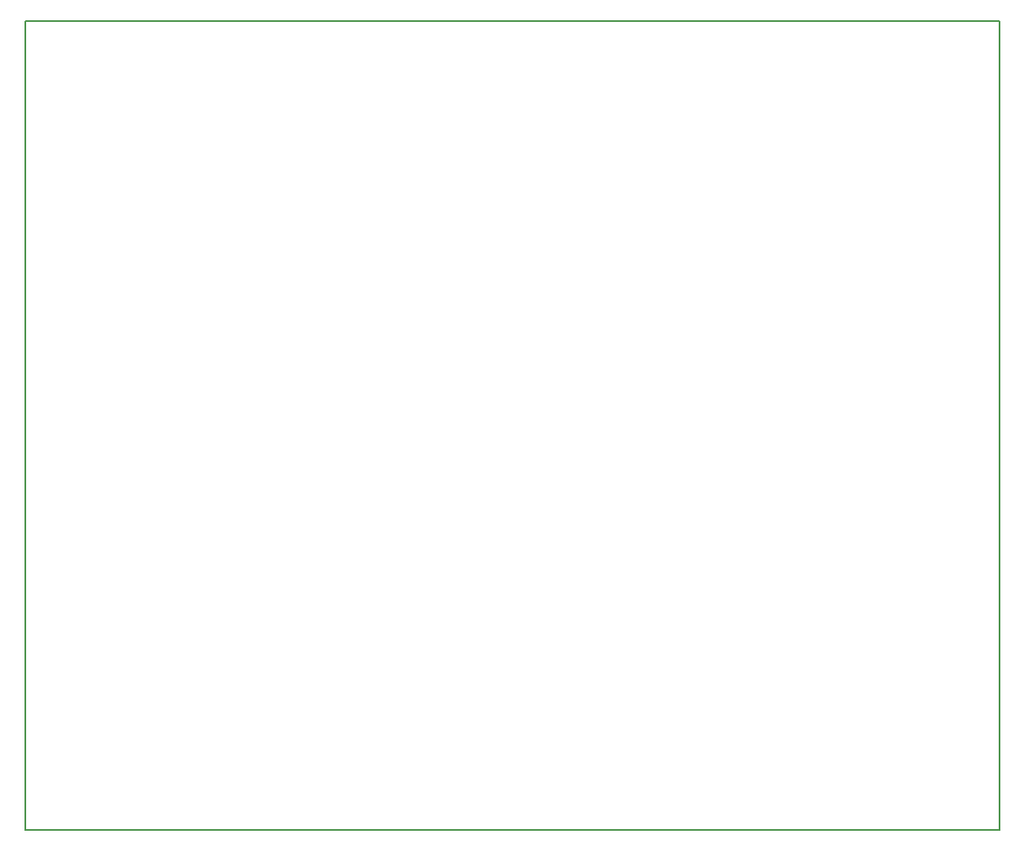
<source format=gm1>
G04 #@! TF.FileFunction,Profile,NP*
%FSLAX46Y46*%
G04 Gerber Fmt 4.6, Leading zero omitted, Abs format (unit mm)*
G04 Created by KiCad (PCBNEW 4.0.6) date Sat Sep  9 17:26:42 2017*
%MOMM*%
%LPD*%
G01*
G04 APERTURE LIST*
%ADD10C,0.100000*%
%ADD11C,0.150000*%
G04 APERTURE END LIST*
D10*
D11*
X0Y-81280000D02*
X0Y0D01*
X97790000Y-81280000D02*
X0Y-81280000D01*
X97790000Y0D02*
X97790000Y-81280000D01*
X0Y0D02*
X97790000Y0D01*
M02*

</source>
